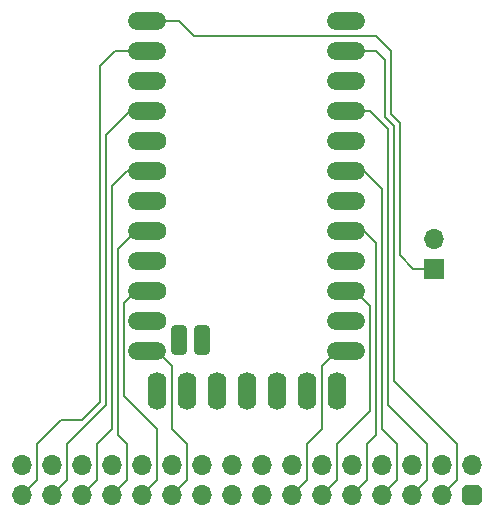
<source format=gbr>
%TF.GenerationSoftware,KiCad,Pcbnew,8.0.2*%
%TF.CreationDate,2024-05-21T12:30:07+05:30*%
%TF.ProjectId,carrier,63617272-6965-4722-9e6b-696361645f70,rev?*%
%TF.SameCoordinates,Original*%
%TF.FileFunction,Copper,L2,Bot*%
%TF.FilePolarity,Positive*%
%FSLAX46Y46*%
G04 Gerber Fmt 4.6, Leading zero omitted, Abs format (unit mm)*
G04 Created by KiCad (PCBNEW 8.0.2) date 2024-05-21 12:30:07*
%MOMM*%
%LPD*%
G01*
G04 APERTURE LIST*
G04 Aperture macros list*
%AMRoundRect*
0 Rectangle with rounded corners*
0 $1 Rounding radius*
0 $2 $3 $4 $5 $6 $7 $8 $9 X,Y pos of 4 corners*
0 Add a 4 corners polygon primitive as box body*
4,1,4,$2,$3,$4,$5,$6,$7,$8,$9,$2,$3,0*
0 Add four circle primitives for the rounded corners*
1,1,$1+$1,$2,$3*
1,1,$1+$1,$4,$5*
1,1,$1+$1,$6,$7*
1,1,$1+$1,$8,$9*
0 Add four rect primitives between the rounded corners*
20,1,$1+$1,$2,$3,$4,$5,0*
20,1,$1+$1,$4,$5,$6,$7,0*
20,1,$1+$1,$6,$7,$8,$9,0*
20,1,$1+$1,$8,$9,$2,$3,0*%
%AMOutline5P*
0 Free polygon, 5 corners , with rotation*
0 The origin of the aperture is its center*
0 number of corners: always 5*
0 $1 to $10 corner X, Y*
0 $11 Rotation angle, in degrees counterclockwise*
0 create outline with 5 corners*
4,1,5,$1,$2,$3,$4,$5,$6,$7,$8,$9,$10,$1,$2,$11*%
%AMOutline6P*
0 Free polygon, 6 corners , with rotation*
0 The origin of the aperture is its center*
0 number of corners: always 6*
0 $1 to $12 corner X, Y*
0 $13 Rotation angle, in degrees counterclockwise*
0 create outline with 6 corners*
4,1,6,$1,$2,$3,$4,$5,$6,$7,$8,$9,$10,$11,$12,$1,$2,$13*%
%AMOutline7P*
0 Free polygon, 7 corners , with rotation*
0 The origin of the aperture is its center*
0 number of corners: always 7*
0 $1 to $14 corner X, Y*
0 $15 Rotation angle, in degrees counterclockwise*
0 create outline with 7 corners*
4,1,7,$1,$2,$3,$4,$5,$6,$7,$8,$9,$10,$11,$12,$13,$14,$1,$2,$15*%
%AMOutline8P*
0 Free polygon, 8 corners , with rotation*
0 The origin of the aperture is its center*
0 number of corners: always 8*
0 $1 to $16 corner X, Y*
0 $17 Rotation angle, in degrees counterclockwise*
0 create outline with 8 corners*
4,1,8,$1,$2,$3,$4,$5,$6,$7,$8,$9,$10,$11,$12,$13,$14,$15,$16,$1,$2,$17*%
G04 Aperture macros list end*
%TA.AperFunction,ComponentPad*%
%ADD10R,1.700000X1.700000*%
%TD*%
%TA.AperFunction,ComponentPad*%
%ADD11O,1.700000X1.700000*%
%TD*%
%TA.AperFunction,ComponentPad*%
%ADD12RoundRect,0.800000X0.800000X0.000010X-0.800000X0.000010X-0.800000X-0.000010X0.800000X-0.000010X0*%
%TD*%
%TA.AperFunction,ComponentPad*%
%ADD13RoundRect,0.800000X-0.000010X0.800000X-0.000010X-0.800000X0.000010X-0.800000X0.000010X0.800000X0*%
%TD*%
%TA.AperFunction,ComponentPad*%
%ADD14RoundRect,0.800000X-0.800000X-0.000010X0.800000X-0.000010X0.800000X0.000010X-0.800000X0.000010X0*%
%TD*%
%TA.AperFunction,ComponentPad*%
%ADD15Outline8P,-0.850000X0.510000X-0.510000X0.850000X0.510000X0.850000X0.850000X0.510000X0.850000X-0.510000X0.510000X-0.850000X-0.510000X-0.850000X-0.850000X-0.510000X270.000000*%
%TD*%
%TA.AperFunction,ComponentPad*%
%ADD16C,1.600000*%
%TD*%
%TA.AperFunction,ComponentPad*%
%ADD17RoundRect,0.337500X0.337500X-0.562500X0.337500X0.562500X-0.337500X0.562500X-0.337500X-0.562500X0*%
%TD*%
%TA.AperFunction,SMDPad,CuDef*%
%ADD18RoundRect,0.337500X0.337500X-0.912500X0.337500X0.912500X-0.337500X0.912500X-0.337500X-0.912500X0*%
%TD*%
%TA.AperFunction,Conductor*%
%ADD19C,0.200000*%
%TD*%
G04 APERTURE END LIST*
D10*
%TO.P,J2,1,Pin_1*%
%TO.N,31*%
X53975000Y-36195000D03*
D11*
%TO.P,J2,2,Pin_2*%
%TO.N,1*%
X53975000Y-33655000D03*
%TD*%
D12*
%TO.P,U1,1,D3-TX*%
%TO.N,32*%
X29680000Y-17780000D03*
%TO.P,U1,2,D2-RX*%
%TO.N,29*%
X29680000Y-20320000D03*
%TO.P,U1,3,GND*%
%TO.N,30*%
X29680000Y-22860000D03*
%TO.P,U1,4,GND*%
%TO.N,27*%
X29680000Y-25400000D03*
%TO.P,U1,5,D1*%
%TO.N,28*%
X29680000Y-27940000D03*
%TO.P,U1,6,D0*%
%TO.N,25*%
X29680000Y-30480000D03*
%TO.P,U1,7,D4*%
%TO.N,26*%
X29680000Y-33020000D03*
%TO.P,U1,8,C6*%
%TO.N,23*%
X29680000Y-35560000D03*
%TO.P,U1,9,D7*%
%TO.N,24*%
X29680000Y-38100000D03*
%TO.P,U1,10,E6*%
%TO.N,21*%
X29680000Y-40640000D03*
%TO.P,U1,11,B4*%
%TO.N,22*%
X29680000Y-43180000D03*
D13*
%TO.P,U1,12,B5*%
%TO.N,19*%
X30480000Y-46520000D03*
D14*
%TO.P,U1,13,B0*%
%TO.N,4*%
X46520000Y-17780000D03*
%TO.P,U1,14,GND*%
%TO.N,3*%
X46520000Y-20320000D03*
%TO.P,U1,15,RST*%
%TO.N,6*%
X46520000Y-22860000D03*
%TO.P,U1,16,VCC*%
%TO.N,5*%
X46520000Y-25400000D03*
%TO.P,U1,17,F4*%
%TO.N,8*%
X46520000Y-27940000D03*
%TO.P,U1,18,F5*%
%TO.N,7*%
X46520000Y-30480000D03*
%TO.P,U1,19,F6*%
%TO.N,10*%
X46520000Y-33020000D03*
%TO.P,U1,20,F7*%
%TO.N,9*%
X46520000Y-35560000D03*
%TO.P,U1,21,B1*%
%TO.N,12*%
X46520000Y-38100000D03*
%TO.P,U1,22,B3*%
%TO.N,11*%
X46520000Y-40640000D03*
%TO.P,U1,23,B2*%
%TO.N,14*%
X46520000Y-43180000D03*
D13*
%TO.P,U1,24,B6*%
%TO.N,13*%
X45720000Y-46520000D03*
%TO.P,U1,25,B7*%
%TO.N,20*%
X33020000Y-46520000D03*
%TO.P,U1,26,D5*%
%TO.N,17*%
X35560000Y-46520000D03*
%TO.P,U1,27,C7*%
%TO.N,18*%
X38100000Y-46520000D03*
%TO.P,U1,28,F1*%
%TO.N,15*%
X40640000Y-46520000D03*
%TO.P,U1,29,F0*%
%TO.N,16*%
X43180000Y-46520000D03*
D14*
%TO.P,U1,30,VBUS*%
%TO.N,1*%
X46520000Y-15240000D03*
D12*
%TO.P,U1,31,D6*%
%TO.N,31*%
X29680000Y-15240000D03*
%TD*%
D11*
%TO.P,J1,1,Pin_1*%
%TO.N,1*%
X57150000Y-52770000D03*
D15*
%TO.P,J1,2,Pin_2*%
%TO.N,2*%
X57150000Y-55310000D03*
D11*
%TO.P,J1,3,Pin_3*%
%TO.N,3*%
X54610000Y-52770000D03*
%TO.P,J1,4,Pin_4*%
%TO.N,4*%
X54610000Y-55310000D03*
%TO.P,J1,5,Pin_5*%
%TO.N,5*%
X52070001Y-52770000D03*
%TO.P,J1,6,Pin_6*%
%TO.N,6*%
X52070000Y-55310000D03*
%TO.P,J1,7,Pin_7*%
%TO.N,7*%
X49530000Y-52770000D03*
%TO.P,J1,8,Pin_8*%
%TO.N,8*%
X49530000Y-55310000D03*
%TO.P,J1,9,Pin_9*%
%TO.N,9*%
X46990000Y-52770000D03*
%TO.P,J1,10,Pin_10*%
%TO.N,10*%
X46990000Y-55310000D03*
%TO.P,J1,11,Pin_11*%
%TO.N,11*%
X44450000Y-52770000D03*
%TO.P,J1,12,Pin_12*%
%TO.N,12*%
X44450000Y-55310000D03*
%TO.P,J1,13,Pin_13*%
%TO.N,13*%
X41910000Y-52770000D03*
%TO.P,J1,14,Pin_14*%
%TO.N,14*%
X41910000Y-55310000D03*
%TO.P,J1,15,Pin_15*%
%TO.N,15*%
X39369999Y-52770000D03*
%TO.P,J1,16,Pin_16*%
%TO.N,16*%
X39370000Y-55310000D03*
%TO.P,J1,17,Pin_17*%
%TO.N,17*%
X36830000Y-52770000D03*
%TO.P,J1,18,Pin_18*%
%TO.N,18*%
X36830000Y-55310000D03*
%TO.P,J1,19,Pin_19*%
%TO.N,19*%
X34290000Y-52770000D03*
%TO.P,J1,20,Pin_20*%
%TO.N,20*%
X34290000Y-55310000D03*
%TO.P,J1,21,Pin_21*%
%TO.N,21*%
X31750000Y-52770000D03*
%TO.P,J1,22,Pin_22*%
%TO.N,22*%
X31750000Y-55310000D03*
%TO.P,J1,23,Pin_23*%
%TO.N,23*%
X29210001Y-52770000D03*
%TO.P,J1,24,Pin_24*%
%TO.N,24*%
X29210000Y-55310000D03*
%TO.P,J1,25,Pin_25*%
%TO.N,25*%
X26670000Y-52770000D03*
%TO.P,J1,26,Pin_26*%
%TO.N,26*%
X26670000Y-55310000D03*
%TO.P,J1,27,Pin_27*%
%TO.N,27*%
X24130000Y-52770000D03*
%TO.P,J1,28,Pin_28*%
%TO.N,28*%
X24130000Y-55310000D03*
%TO.P,J1,29,Pin_29*%
%TO.N,29*%
X21590000Y-52770000D03*
%TO.P,J1,30,Pin_30*%
%TO.N,30*%
X21590000Y-55310000D03*
%TO.P,J1,31,Pin_31*%
%TO.N,31*%
X19050001Y-52770000D03*
%TO.P,J1,32,Pin_32*%
%TO.N,32*%
X19050000Y-55310000D03*
%TD*%
D16*
%TO.P,U2,1,P0.02*%
%TO.N,5*%
X45720000Y-25400000D03*
%TO.P,U2,2,P0.03*%
%TO.N,8*%
X45720000Y-27940000D03*
%TO.P,U2,3,P0.28*%
%TO.N,7*%
X45720000Y-30480000D03*
%TO.P,U2,4,P0.29*%
%TO.N,10*%
X45720000Y-33020000D03*
%TO.P,U2,5,P0.04*%
%TO.N,9*%
X45720000Y-35560000D03*
%TO.P,U2,6,P0.05*%
%TO.N,12*%
X45720000Y-38100000D03*
%TO.P,U2,7,P1.11*%
%TO.N,11*%
X45720000Y-40640000D03*
%TO.P,U2,8,5V*%
%TO.N,27*%
X30480000Y-25400000D03*
%TO.P,U2,9,GND*%
%TO.N,28*%
X30480000Y-27940000D03*
%TO.P,U2,10,3V3*%
%TO.N,25*%
X30480000Y-30480000D03*
%TO.P,U2,11,P1.15*%
%TO.N,26*%
X30480000Y-33020000D03*
%TO.P,U2,12,P1.14*%
%TO.N,23*%
X30480000Y-35560000D03*
%TO.P,U2,13,P1.13*%
%TO.N,24*%
X30480000Y-38100000D03*
%TO.P,U2,14,P1.12*%
%TO.N,21*%
X30480000Y-40640000D03*
D17*
%TO.P,U2,17,P0.09*%
%TO.N,17*%
X34290000Y-42227500D03*
D18*
X34290000Y-42227500D03*
D17*
%TO.P,U2,18,P0.10*%
%TO.N,20*%
X32385000Y-42227500D03*
D18*
X32385000Y-42227500D03*
%TD*%
D19*
%TO.N,26*%
X30480000Y-33020000D02*
X28702000Y-33020000D01*
X27178000Y-34544000D02*
X27178000Y-50292000D01*
X27178000Y-50292000D02*
X27940000Y-51054000D01*
X27940000Y-54040000D02*
X26670000Y-55310000D01*
X27940000Y-51054000D02*
X27940000Y-54040000D01*
X28702000Y-33020000D02*
X27178000Y-34544000D01*
%TO.N,14*%
X43180000Y-51054000D02*
X44450000Y-49784000D01*
X44450000Y-49784000D02*
X44450000Y-44450000D01*
X44450000Y-44450000D02*
X45720000Y-43180000D01*
X43180000Y-54040000D02*
X43180000Y-51054000D01*
X41910000Y-55310000D02*
X43180000Y-54040000D01*
%TO.N,8*%
X48006000Y-27940000D02*
X49530000Y-29464000D01*
X49530000Y-49784000D02*
X50800000Y-51054000D01*
X49530000Y-29464000D02*
X49530000Y-49784000D01*
X50800000Y-51054000D02*
X50800000Y-54040000D01*
X50800000Y-54040000D02*
X49530000Y-55310000D01*
X45720000Y-27940000D02*
X48006000Y-27940000D01*
%TO.N,12*%
X48514000Y-39370000D02*
X48514000Y-48260000D01*
X45720000Y-54040000D02*
X44450000Y-55310000D01*
X47244000Y-38100000D02*
X48514000Y-39370000D01*
X45720000Y-38100000D02*
X47244000Y-38100000D01*
X48514000Y-48260000D02*
X45720000Y-51054000D01*
X45720000Y-51054000D02*
X45720000Y-54040000D01*
%TO.N,6*%
X53340000Y-54040000D02*
X52070000Y-55310000D01*
X53340000Y-51054000D02*
X53340000Y-54040000D01*
X45720000Y-22860000D02*
X48514000Y-22860000D01*
X50038000Y-47752000D02*
X53340000Y-51054000D01*
X50038000Y-24384000D02*
X50038000Y-47752000D01*
X48514000Y-22860000D02*
X50038000Y-24384000D01*
%TO.N,28*%
X27940000Y-27940000D02*
X26670000Y-29210000D01*
X26670000Y-49784000D02*
X25400000Y-51054000D01*
X30480000Y-27940000D02*
X27940000Y-27940000D01*
X25400000Y-54040000D02*
X24130000Y-55310000D01*
X25400000Y-51054000D02*
X25400000Y-54040000D01*
X26670000Y-29210000D02*
X26670000Y-49784000D01*
%TO.N,31*%
X30480000Y-15240000D02*
X32385000Y-15240000D01*
X50292000Y-23114000D02*
X51054000Y-23876000D01*
X51054000Y-35052000D02*
X52197000Y-36195000D01*
X50292000Y-17780000D02*
X50292000Y-23114000D01*
X51054000Y-23876000D02*
X51054000Y-35052000D01*
X49022000Y-16510000D02*
X50292000Y-17780000D01*
X33655000Y-16510000D02*
X49022000Y-16510000D01*
X52197000Y-36195000D02*
X53975000Y-36195000D01*
X32385000Y-15240000D02*
X33655000Y-16510000D01*
%TO.N,24*%
X30480000Y-54040000D02*
X29210000Y-55310000D01*
X27686000Y-46990000D02*
X30480000Y-49784000D01*
X30480000Y-49784000D02*
X30480000Y-54040000D01*
X27686000Y-39116000D02*
X27686000Y-46990000D01*
X28702000Y-38100000D02*
X27686000Y-39116000D01*
%TO.N,32*%
X24130000Y-49022000D02*
X22352000Y-49022000D01*
X22352000Y-49022000D02*
X20320000Y-51054000D01*
X20320000Y-51054000D02*
X20320000Y-54040000D01*
X26924000Y-17780000D02*
X25654000Y-19050000D01*
X30480000Y-17780000D02*
X26924000Y-17780000D01*
X25654000Y-19050000D02*
X25654000Y-47498000D01*
X25654000Y-47498000D02*
X24130000Y-49022000D01*
X20320000Y-54040000D02*
X19050000Y-55310000D01*
%TO.N,30*%
X26162000Y-47752000D02*
X22860000Y-51054000D01*
X30480000Y-22860000D02*
X28194000Y-22860000D01*
X28194000Y-22860000D02*
X26162000Y-24892000D01*
X26162000Y-24892000D02*
X26162000Y-47752000D01*
X22860000Y-51054000D02*
X22860000Y-54040000D01*
X22860000Y-54040000D02*
X21590000Y-55310000D01*
%TO.N,4*%
X49784000Y-18542000D02*
X49784000Y-23368000D01*
X50546000Y-24130000D02*
X50546000Y-45720000D01*
X45720000Y-17780000D02*
X49022000Y-17780000D01*
X50546000Y-45720000D02*
X55880000Y-51054000D01*
X55880000Y-54040000D02*
X54610000Y-55310000D01*
X49022000Y-17780000D02*
X49784000Y-18542000D01*
X55880000Y-51054000D02*
X55880000Y-54040000D01*
X49784000Y-23368000D02*
X50546000Y-24130000D01*
%TO.N,10*%
X45720000Y-33020000D02*
X48006000Y-33020000D01*
X48260000Y-51054000D02*
X48260000Y-54040000D01*
X49022000Y-34036000D02*
X49022000Y-50292000D01*
X48006000Y-33020000D02*
X49022000Y-34036000D01*
X48260000Y-54040000D02*
X46990000Y-55310000D01*
X49022000Y-50292000D02*
X48260000Y-51054000D01*
%TO.N,22*%
X33020000Y-54040000D02*
X31750000Y-55310000D01*
X30480000Y-43180000D02*
X31750000Y-44450000D01*
X33020000Y-51054000D02*
X33020000Y-54040000D01*
X31750000Y-44450000D02*
X31750000Y-49784000D01*
X31750000Y-49784000D02*
X33020000Y-51054000D01*
%TD*%
M02*

</source>
